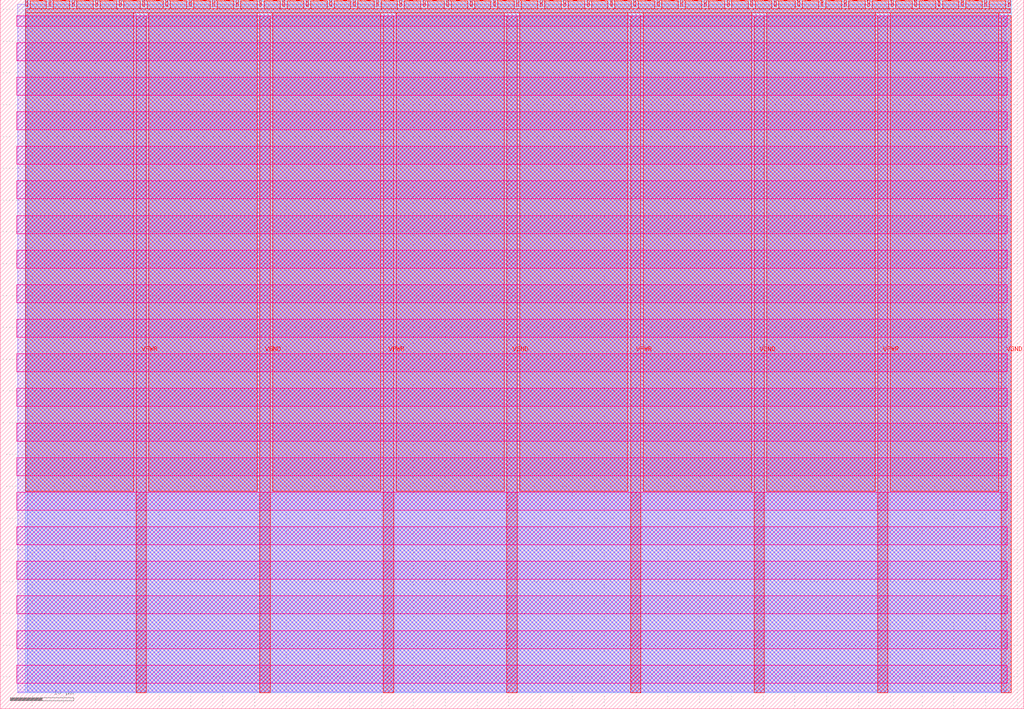
<source format=lef>
VERSION 5.7 ;
  NOWIREEXTENSIONATPIN ON ;
  DIVIDERCHAR "/" ;
  BUSBITCHARS "[]" ;
MACRO tt_um_MATTHIAS_M_PAL_TOP_WRAPPER
  CLASS BLOCK ;
  FOREIGN tt_um_MATTHIAS_M_PAL_TOP_WRAPPER ;
  ORIGIN 0.000 0.000 ;
  SIZE 161.000 BY 111.520 ;
  PIN VGND
    DIRECTION INOUT ;
    USE GROUND ;
    PORT
      LAYER met4 ;
        RECT 40.830 2.480 42.430 109.040 ;
    END
    PORT
      LAYER met4 ;
        RECT 79.700 2.480 81.300 109.040 ;
    END
    PORT
      LAYER met4 ;
        RECT 118.570 2.480 120.170 109.040 ;
    END
    PORT
      LAYER met4 ;
        RECT 157.440 2.480 159.040 109.040 ;
    END
  END VGND
  PIN VPWR
    DIRECTION INOUT ;
    USE POWER ;
    PORT
      LAYER met4 ;
        RECT 21.395 2.480 22.995 109.040 ;
    END
    PORT
      LAYER met4 ;
        RECT 60.265 2.480 61.865 109.040 ;
    END
    PORT
      LAYER met4 ;
        RECT 99.135 2.480 100.735 109.040 ;
    END
    PORT
      LAYER met4 ;
        RECT 138.005 2.480 139.605 109.040 ;
    END
  END VPWR
  PIN clk
    DIRECTION INPUT ;
    USE SIGNAL ;
    PORT
      LAYER met4 ;
        RECT 154.870 110.520 155.170 111.520 ;
    END
  END clk
  PIN ena
    DIRECTION INPUT ;
    USE SIGNAL ;
    ANTENNAGATEAREA 0.196500 ;
    PORT
      LAYER met4 ;
        RECT 158.550 110.520 158.850 111.520 ;
    END
  END ena
  PIN rst_n
    DIRECTION INPUT ;
    USE SIGNAL ;
    ANTENNAGATEAREA 1.224000 ;
    PORT
      LAYER met4 ;
        RECT 151.190 110.520 151.490 111.520 ;
    END
  END rst_n
  PIN ui_in[0]
    DIRECTION INPUT ;
    USE SIGNAL ;
    ANTENNAGATEAREA 0.159000 ;
    PORT
      LAYER met4 ;
        RECT 147.510 110.520 147.810 111.520 ;
    END
  END ui_in[0]
  PIN ui_in[1]
    DIRECTION INPUT ;
    USE SIGNAL ;
    ANTENNAGATEAREA 0.126000 ;
    PORT
      LAYER met4 ;
        RECT 143.830 110.520 144.130 111.520 ;
    END
  END ui_in[1]
  PIN ui_in[2]
    DIRECTION INPUT ;
    USE SIGNAL ;
    ANTENNAGATEAREA 0.852000 ;
    PORT
      LAYER met4 ;
        RECT 140.150 110.520 140.450 111.520 ;
    END
  END ui_in[2]
  PIN ui_in[3]
    DIRECTION INPUT ;
    USE SIGNAL ;
    ANTENNAGATEAREA 0.213000 ;
    PORT
      LAYER met4 ;
        RECT 136.470 110.520 136.770 111.520 ;
    END
  END ui_in[3]
  PIN ui_in[4]
    DIRECTION INPUT ;
    USE SIGNAL ;
    ANTENNAGATEAREA 0.213000 ;
    PORT
      LAYER met4 ;
        RECT 132.790 110.520 133.090 111.520 ;
    END
  END ui_in[4]
  PIN ui_in[5]
    DIRECTION INPUT ;
    USE SIGNAL ;
    ANTENNAGATEAREA 0.213000 ;
    PORT
      LAYER met4 ;
        RECT 129.110 110.520 129.410 111.520 ;
    END
  END ui_in[5]
  PIN ui_in[6]
    DIRECTION INPUT ;
    USE SIGNAL ;
    ANTENNAGATEAREA 0.126000 ;
    PORT
      LAYER met4 ;
        RECT 125.430 110.520 125.730 111.520 ;
    END
  END ui_in[6]
  PIN ui_in[7]
    DIRECTION INPUT ;
    USE SIGNAL ;
    ANTENNAGATEAREA 0.213000 ;
    PORT
      LAYER met4 ;
        RECT 121.750 110.520 122.050 111.520 ;
    END
  END ui_in[7]
  PIN uio_in[0]
    DIRECTION INPUT ;
    USE SIGNAL ;
    ANTENNAGATEAREA 0.196500 ;
    PORT
      LAYER met4 ;
        RECT 118.070 110.520 118.370 111.520 ;
    END
  END uio_in[0]
  PIN uio_in[1]
    DIRECTION INPUT ;
    USE SIGNAL ;
    ANTENNAGATEAREA 0.196500 ;
    PORT
      LAYER met4 ;
        RECT 114.390 110.520 114.690 111.520 ;
    END
  END uio_in[1]
  PIN uio_in[2]
    DIRECTION INPUT ;
    USE SIGNAL ;
    ANTENNAGATEAREA 0.213000 ;
    PORT
      LAYER met4 ;
        RECT 110.710 110.520 111.010 111.520 ;
    END
  END uio_in[2]
  PIN uio_in[3]
    DIRECTION INPUT ;
    USE SIGNAL ;
    PORT
      LAYER met4 ;
        RECT 107.030 110.520 107.330 111.520 ;
    END
  END uio_in[3]
  PIN uio_in[4]
    DIRECTION INPUT ;
    USE SIGNAL ;
    PORT
      LAYER met4 ;
        RECT 103.350 110.520 103.650 111.520 ;
    END
  END uio_in[4]
  PIN uio_in[5]
    DIRECTION INPUT ;
    USE SIGNAL ;
    PORT
      LAYER met4 ;
        RECT 99.670 110.520 99.970 111.520 ;
    END
  END uio_in[5]
  PIN uio_in[6]
    DIRECTION INPUT ;
    USE SIGNAL ;
    PORT
      LAYER met4 ;
        RECT 95.990 110.520 96.290 111.520 ;
    END
  END uio_in[6]
  PIN uio_in[7]
    DIRECTION INPUT ;
    USE SIGNAL ;
    PORT
      LAYER met4 ;
        RECT 92.310 110.520 92.610 111.520 ;
    END
  END uio_in[7]
  PIN uio_oe[0]
    DIRECTION OUTPUT TRISTATE ;
    USE SIGNAL ;
    PORT
      LAYER met4 ;
        RECT 29.750 110.520 30.050 111.520 ;
    END
  END uio_oe[0]
  PIN uio_oe[1]
    DIRECTION OUTPUT TRISTATE ;
    USE SIGNAL ;
    PORT
      LAYER met4 ;
        RECT 26.070 110.520 26.370 111.520 ;
    END
  END uio_oe[1]
  PIN uio_oe[2]
    DIRECTION OUTPUT TRISTATE ;
    USE SIGNAL ;
    PORT
      LAYER met4 ;
        RECT 22.390 110.520 22.690 111.520 ;
    END
  END uio_oe[2]
  PIN uio_oe[3]
    DIRECTION OUTPUT TRISTATE ;
    USE SIGNAL ;
    PORT
      LAYER met4 ;
        RECT 18.710 110.520 19.010 111.520 ;
    END
  END uio_oe[3]
  PIN uio_oe[4]
    DIRECTION OUTPUT TRISTATE ;
    USE SIGNAL ;
    PORT
      LAYER met4 ;
        RECT 15.030 110.520 15.330 111.520 ;
    END
  END uio_oe[4]
  PIN uio_oe[5]
    DIRECTION OUTPUT TRISTATE ;
    USE SIGNAL ;
    PORT
      LAYER met4 ;
        RECT 11.350 110.520 11.650 111.520 ;
    END
  END uio_oe[5]
  PIN uio_oe[6]
    DIRECTION OUTPUT TRISTATE ;
    USE SIGNAL ;
    PORT
      LAYER met4 ;
        RECT 7.670 110.520 7.970 111.520 ;
    END
  END uio_oe[6]
  PIN uio_oe[7]
    DIRECTION OUTPUT TRISTATE ;
    USE SIGNAL ;
    PORT
      LAYER met4 ;
        RECT 3.990 110.520 4.290 111.520 ;
    END
  END uio_oe[7]
  PIN uio_out[0]
    DIRECTION OUTPUT TRISTATE ;
    USE SIGNAL ;
    PORT
      LAYER met4 ;
        RECT 59.190 110.520 59.490 111.520 ;
    END
  END uio_out[0]
  PIN uio_out[1]
    DIRECTION OUTPUT TRISTATE ;
    USE SIGNAL ;
    PORT
      LAYER met4 ;
        RECT 55.510 110.520 55.810 111.520 ;
    END
  END uio_out[1]
  PIN uio_out[2]
    DIRECTION OUTPUT TRISTATE ;
    USE SIGNAL ;
    PORT
      LAYER met4 ;
        RECT 51.830 110.520 52.130 111.520 ;
    END
  END uio_out[2]
  PIN uio_out[3]
    DIRECTION OUTPUT TRISTATE ;
    USE SIGNAL ;
    PORT
      LAYER met4 ;
        RECT 48.150 110.520 48.450 111.520 ;
    END
  END uio_out[3]
  PIN uio_out[4]
    DIRECTION OUTPUT TRISTATE ;
    USE SIGNAL ;
    PORT
      LAYER met4 ;
        RECT 44.470 110.520 44.770 111.520 ;
    END
  END uio_out[4]
  PIN uio_out[5]
    DIRECTION OUTPUT TRISTATE ;
    USE SIGNAL ;
    PORT
      LAYER met4 ;
        RECT 40.790 110.520 41.090 111.520 ;
    END
  END uio_out[5]
  PIN uio_out[6]
    DIRECTION OUTPUT TRISTATE ;
    USE SIGNAL ;
    PORT
      LAYER met4 ;
        RECT 37.110 110.520 37.410 111.520 ;
    END
  END uio_out[6]
  PIN uio_out[7]
    DIRECTION OUTPUT TRISTATE ;
    USE SIGNAL ;
    PORT
      LAYER met4 ;
        RECT 33.430 110.520 33.730 111.520 ;
    END
  END uio_out[7]
  PIN uo_out[0]
    DIRECTION OUTPUT TRISTATE ;
    USE SIGNAL ;
    ANTENNADIFFAREA 0.445500 ;
    PORT
      LAYER met4 ;
        RECT 88.630 110.520 88.930 111.520 ;
    END
  END uo_out[0]
  PIN uo_out[1]
    DIRECTION OUTPUT TRISTATE ;
    USE SIGNAL ;
    ANTENNADIFFAREA 0.445500 ;
    PORT
      LAYER met4 ;
        RECT 84.950 110.520 85.250 111.520 ;
    END
  END uo_out[1]
  PIN uo_out[2]
    DIRECTION OUTPUT TRISTATE ;
    USE SIGNAL ;
    ANTENNADIFFAREA 0.445500 ;
    PORT
      LAYER met4 ;
        RECT 81.270 110.520 81.570 111.520 ;
    END
  END uo_out[2]
  PIN uo_out[3]
    DIRECTION OUTPUT TRISTATE ;
    USE SIGNAL ;
    ANTENNADIFFAREA 0.445500 ;
    PORT
      LAYER met4 ;
        RECT 77.590 110.520 77.890 111.520 ;
    END
  END uo_out[3]
  PIN uo_out[4]
    DIRECTION OUTPUT TRISTATE ;
    USE SIGNAL ;
    ANTENNADIFFAREA 0.445500 ;
    PORT
      LAYER met4 ;
        RECT 73.910 110.520 74.210 111.520 ;
    END
  END uo_out[4]
  PIN uo_out[5]
    DIRECTION OUTPUT TRISTATE ;
    USE SIGNAL ;
    PORT
      LAYER met4 ;
        RECT 70.230 110.520 70.530 111.520 ;
    END
  END uo_out[5]
  PIN uo_out[6]
    DIRECTION OUTPUT TRISTATE ;
    USE SIGNAL ;
    PORT
      LAYER met4 ;
        RECT 66.550 110.520 66.850 111.520 ;
    END
  END uo_out[6]
  PIN uo_out[7]
    DIRECTION OUTPUT TRISTATE ;
    USE SIGNAL ;
    PORT
      LAYER met4 ;
        RECT 62.870 110.520 63.170 111.520 ;
    END
  END uo_out[7]
  OBS
      LAYER nwell ;
        RECT 2.570 107.385 158.430 108.990 ;
        RECT 2.570 101.945 158.430 104.775 ;
        RECT 2.570 96.505 158.430 99.335 ;
        RECT 2.570 91.065 158.430 93.895 ;
        RECT 2.570 85.625 158.430 88.455 ;
        RECT 2.570 80.185 158.430 83.015 ;
        RECT 2.570 74.745 158.430 77.575 ;
        RECT 2.570 69.305 158.430 72.135 ;
        RECT 2.570 63.865 158.430 66.695 ;
        RECT 2.570 58.425 158.430 61.255 ;
        RECT 2.570 52.985 158.430 55.815 ;
        RECT 2.570 47.545 158.430 50.375 ;
        RECT 2.570 42.105 158.430 44.935 ;
        RECT 2.570 36.665 158.430 39.495 ;
        RECT 2.570 31.225 158.430 34.055 ;
        RECT 2.570 25.785 158.430 28.615 ;
        RECT 2.570 20.345 158.430 23.175 ;
        RECT 2.570 14.905 158.430 17.735 ;
        RECT 2.570 9.465 158.430 12.295 ;
        RECT 2.570 4.025 158.430 6.855 ;
      LAYER li1 ;
        RECT 2.760 2.635 158.240 108.885 ;
      LAYER met1 ;
        RECT 2.760 2.480 159.040 110.800 ;
      LAYER met2 ;
        RECT 4.230 2.535 159.010 111.365 ;
      LAYER met3 ;
        RECT 3.950 2.555 159.030 111.345 ;
      LAYER met4 ;
        RECT 4.690 110.120 7.270 111.345 ;
        RECT 8.370 110.120 10.950 111.345 ;
        RECT 12.050 110.120 14.630 111.345 ;
        RECT 15.730 110.120 18.310 111.345 ;
        RECT 19.410 110.120 21.990 111.345 ;
        RECT 23.090 110.120 25.670 111.345 ;
        RECT 26.770 110.120 29.350 111.345 ;
        RECT 30.450 110.120 33.030 111.345 ;
        RECT 34.130 110.120 36.710 111.345 ;
        RECT 37.810 110.120 40.390 111.345 ;
        RECT 41.490 110.120 44.070 111.345 ;
        RECT 45.170 110.120 47.750 111.345 ;
        RECT 48.850 110.120 51.430 111.345 ;
        RECT 52.530 110.120 55.110 111.345 ;
        RECT 56.210 110.120 58.790 111.345 ;
        RECT 59.890 110.120 62.470 111.345 ;
        RECT 63.570 110.120 66.150 111.345 ;
        RECT 67.250 110.120 69.830 111.345 ;
        RECT 70.930 110.120 73.510 111.345 ;
        RECT 74.610 110.120 77.190 111.345 ;
        RECT 78.290 110.120 80.870 111.345 ;
        RECT 81.970 110.120 84.550 111.345 ;
        RECT 85.650 110.120 88.230 111.345 ;
        RECT 89.330 110.120 91.910 111.345 ;
        RECT 93.010 110.120 95.590 111.345 ;
        RECT 96.690 110.120 99.270 111.345 ;
        RECT 100.370 110.120 102.950 111.345 ;
        RECT 104.050 110.120 106.630 111.345 ;
        RECT 107.730 110.120 110.310 111.345 ;
        RECT 111.410 110.120 113.990 111.345 ;
        RECT 115.090 110.120 117.670 111.345 ;
        RECT 118.770 110.120 121.350 111.345 ;
        RECT 122.450 110.120 125.030 111.345 ;
        RECT 126.130 110.120 128.710 111.345 ;
        RECT 129.810 110.120 132.390 111.345 ;
        RECT 133.490 110.120 136.070 111.345 ;
        RECT 137.170 110.120 139.750 111.345 ;
        RECT 140.850 110.120 143.430 111.345 ;
        RECT 144.530 110.120 147.110 111.345 ;
        RECT 148.210 110.120 150.790 111.345 ;
        RECT 151.890 110.120 154.470 111.345 ;
        RECT 155.570 110.120 158.150 111.345 ;
        RECT 3.975 109.440 158.850 110.120 ;
        RECT 3.975 34.175 20.995 109.440 ;
        RECT 23.395 34.175 40.430 109.440 ;
        RECT 42.830 34.175 59.865 109.440 ;
        RECT 62.265 34.175 79.300 109.440 ;
        RECT 81.700 34.175 98.735 109.440 ;
        RECT 101.135 34.175 118.170 109.440 ;
        RECT 120.570 34.175 137.605 109.440 ;
        RECT 140.005 34.175 157.040 109.440 ;
  END
END tt_um_MATTHIAS_M_PAL_TOP_WRAPPER
END LIBRARY


</source>
